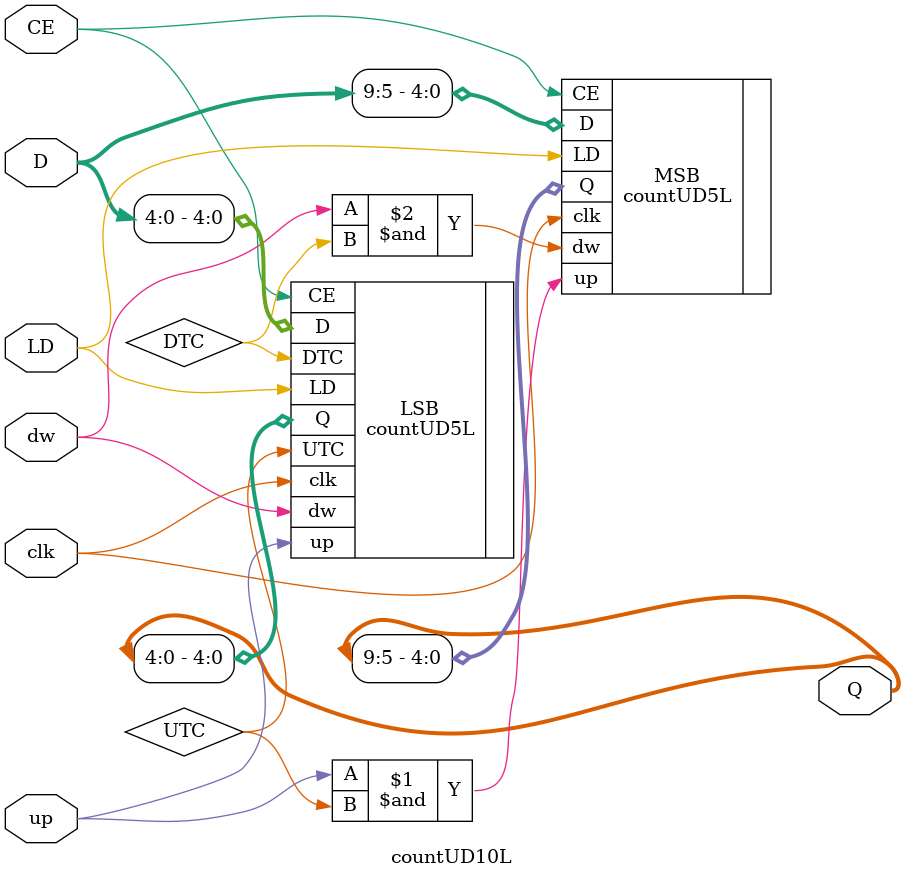
<source format=v>
`timescale 1ns / 1ps


module countUD10L(
    input clk, up, dw, CE, LD,
    input [9:0] D,
    output [9:0] Q
    );
    
    wire UTC, DTC;
    countUD5L LSB(.clk(clk), .up(up), .dw(dw), .LD(LD), .CE(CE), .D(D[4:0]), .Q(Q[4:0]), .UTC(UTC), .DTC(DTC));
    countUD5L MSB(.clk(clk), .up(up & UTC), .dw(dw & DTC), .LD(LD), .CE(CE), .D(D[9:5]), .Q(Q[9:5]));
    
endmodule

</source>
